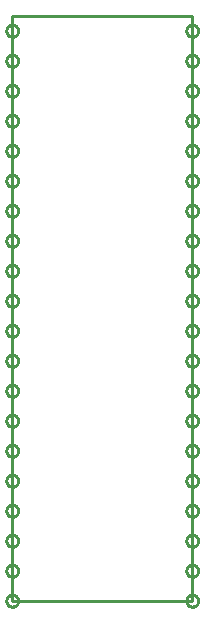
<source format=gbr>
G04 EAGLE Gerber RS-274X export*
G75*
%MOMM*%
%FSLAX34Y34*%
%LPD*%
%IN*%
%IPPOS*%
%AMOC8*
5,1,8,0,0,1.08239X$1,22.5*%
G01*
%ADD10C,0.254000*%


D10*
X0Y0D02*
X152400Y0D01*
X152400Y495300D01*
X0Y495300D01*
X0Y0D01*
X5000Y-281D02*
X4937Y-839D01*
X4812Y-1386D01*
X4627Y-1916D01*
X4383Y-2422D01*
X4084Y-2898D01*
X3734Y-3337D01*
X3337Y-3734D01*
X2898Y-4084D01*
X2422Y-4383D01*
X1916Y-4627D01*
X1386Y-4812D01*
X839Y-4937D01*
X281Y-5000D01*
X-281Y-5000D01*
X-839Y-4937D01*
X-1386Y-4812D01*
X-1916Y-4627D01*
X-2422Y-4383D01*
X-2898Y-4084D01*
X-3337Y-3734D01*
X-3734Y-3337D01*
X-4084Y-2898D01*
X-4383Y-2422D01*
X-4627Y-1916D01*
X-4812Y-1386D01*
X-4937Y-839D01*
X-5000Y-281D01*
X-5000Y281D01*
X-4937Y839D01*
X-4812Y1386D01*
X-4627Y1916D01*
X-4383Y2422D01*
X-4084Y2898D01*
X-3734Y3337D01*
X-3337Y3734D01*
X-2898Y4084D01*
X-2422Y4383D01*
X-1916Y4627D01*
X-1386Y4812D01*
X-839Y4937D01*
X-281Y5000D01*
X281Y5000D01*
X839Y4937D01*
X1386Y4812D01*
X1916Y4627D01*
X2422Y4383D01*
X2898Y4084D01*
X3337Y3734D01*
X3734Y3337D01*
X4084Y2898D01*
X4383Y2422D01*
X4627Y1916D01*
X4812Y1386D01*
X4937Y839D01*
X5000Y281D01*
X5000Y-281D01*
X5000Y25119D02*
X4937Y24561D01*
X4812Y24014D01*
X4627Y23484D01*
X4383Y22978D01*
X4084Y22502D01*
X3734Y22063D01*
X3337Y21666D01*
X2898Y21316D01*
X2422Y21017D01*
X1916Y20773D01*
X1386Y20588D01*
X839Y20463D01*
X281Y20400D01*
X-281Y20400D01*
X-839Y20463D01*
X-1386Y20588D01*
X-1916Y20773D01*
X-2422Y21017D01*
X-2898Y21316D01*
X-3337Y21666D01*
X-3734Y22063D01*
X-4084Y22502D01*
X-4383Y22978D01*
X-4627Y23484D01*
X-4812Y24014D01*
X-4937Y24561D01*
X-5000Y25119D01*
X-5000Y25681D01*
X-4937Y26239D01*
X-4812Y26786D01*
X-4627Y27316D01*
X-4383Y27822D01*
X-4084Y28298D01*
X-3734Y28737D01*
X-3337Y29134D01*
X-2898Y29484D01*
X-2422Y29783D01*
X-1916Y30027D01*
X-1386Y30212D01*
X-839Y30337D01*
X-281Y30400D01*
X281Y30400D01*
X839Y30337D01*
X1386Y30212D01*
X1916Y30027D01*
X2422Y29783D01*
X2898Y29484D01*
X3337Y29134D01*
X3734Y28737D01*
X4084Y28298D01*
X4383Y27822D01*
X4627Y27316D01*
X4812Y26786D01*
X4937Y26239D01*
X5000Y25681D01*
X5000Y25119D01*
X5000Y50519D02*
X4937Y49961D01*
X4812Y49414D01*
X4627Y48884D01*
X4383Y48378D01*
X4084Y47902D01*
X3734Y47463D01*
X3337Y47066D01*
X2898Y46716D01*
X2422Y46417D01*
X1916Y46173D01*
X1386Y45988D01*
X839Y45863D01*
X281Y45800D01*
X-281Y45800D01*
X-839Y45863D01*
X-1386Y45988D01*
X-1916Y46173D01*
X-2422Y46417D01*
X-2898Y46716D01*
X-3337Y47066D01*
X-3734Y47463D01*
X-4084Y47902D01*
X-4383Y48378D01*
X-4627Y48884D01*
X-4812Y49414D01*
X-4937Y49961D01*
X-5000Y50519D01*
X-5000Y51081D01*
X-4937Y51639D01*
X-4812Y52186D01*
X-4627Y52716D01*
X-4383Y53222D01*
X-4084Y53698D01*
X-3734Y54137D01*
X-3337Y54534D01*
X-2898Y54884D01*
X-2422Y55183D01*
X-1916Y55427D01*
X-1386Y55612D01*
X-839Y55737D01*
X-281Y55800D01*
X281Y55800D01*
X839Y55737D01*
X1386Y55612D01*
X1916Y55427D01*
X2422Y55183D01*
X2898Y54884D01*
X3337Y54534D01*
X3734Y54137D01*
X4084Y53698D01*
X4383Y53222D01*
X4627Y52716D01*
X4812Y52186D01*
X4937Y51639D01*
X5000Y51081D01*
X5000Y50519D01*
X5000Y75919D02*
X4937Y75361D01*
X4812Y74814D01*
X4627Y74284D01*
X4383Y73778D01*
X4084Y73302D01*
X3734Y72863D01*
X3337Y72466D01*
X2898Y72116D01*
X2422Y71817D01*
X1916Y71573D01*
X1386Y71388D01*
X839Y71263D01*
X281Y71200D01*
X-281Y71200D01*
X-839Y71263D01*
X-1386Y71388D01*
X-1916Y71573D01*
X-2422Y71817D01*
X-2898Y72116D01*
X-3337Y72466D01*
X-3734Y72863D01*
X-4084Y73302D01*
X-4383Y73778D01*
X-4627Y74284D01*
X-4812Y74814D01*
X-4937Y75361D01*
X-5000Y75919D01*
X-5000Y76481D01*
X-4937Y77039D01*
X-4812Y77586D01*
X-4627Y78116D01*
X-4383Y78622D01*
X-4084Y79098D01*
X-3734Y79537D01*
X-3337Y79934D01*
X-2898Y80284D01*
X-2422Y80583D01*
X-1916Y80827D01*
X-1386Y81012D01*
X-839Y81137D01*
X-281Y81200D01*
X281Y81200D01*
X839Y81137D01*
X1386Y81012D01*
X1916Y80827D01*
X2422Y80583D01*
X2898Y80284D01*
X3337Y79934D01*
X3734Y79537D01*
X4084Y79098D01*
X4383Y78622D01*
X4627Y78116D01*
X4812Y77586D01*
X4937Y77039D01*
X5000Y76481D01*
X5000Y75919D01*
X5000Y101319D02*
X4937Y100761D01*
X4812Y100214D01*
X4627Y99684D01*
X4383Y99178D01*
X4084Y98702D01*
X3734Y98263D01*
X3337Y97866D01*
X2898Y97516D01*
X2422Y97217D01*
X1916Y96973D01*
X1386Y96788D01*
X839Y96663D01*
X281Y96600D01*
X-281Y96600D01*
X-839Y96663D01*
X-1386Y96788D01*
X-1916Y96973D01*
X-2422Y97217D01*
X-2898Y97516D01*
X-3337Y97866D01*
X-3734Y98263D01*
X-4084Y98702D01*
X-4383Y99178D01*
X-4627Y99684D01*
X-4812Y100214D01*
X-4937Y100761D01*
X-5000Y101319D01*
X-5000Y101881D01*
X-4937Y102439D01*
X-4812Y102986D01*
X-4627Y103516D01*
X-4383Y104022D01*
X-4084Y104498D01*
X-3734Y104937D01*
X-3337Y105334D01*
X-2898Y105684D01*
X-2422Y105983D01*
X-1916Y106227D01*
X-1386Y106412D01*
X-839Y106537D01*
X-281Y106600D01*
X281Y106600D01*
X839Y106537D01*
X1386Y106412D01*
X1916Y106227D01*
X2422Y105983D01*
X2898Y105684D01*
X3337Y105334D01*
X3734Y104937D01*
X4084Y104498D01*
X4383Y104022D01*
X4627Y103516D01*
X4812Y102986D01*
X4937Y102439D01*
X5000Y101881D01*
X5000Y101319D01*
X5000Y126719D02*
X4937Y126161D01*
X4812Y125614D01*
X4627Y125084D01*
X4383Y124578D01*
X4084Y124102D01*
X3734Y123663D01*
X3337Y123266D01*
X2898Y122916D01*
X2422Y122617D01*
X1916Y122373D01*
X1386Y122188D01*
X839Y122063D01*
X281Y122000D01*
X-281Y122000D01*
X-839Y122063D01*
X-1386Y122188D01*
X-1916Y122373D01*
X-2422Y122617D01*
X-2898Y122916D01*
X-3337Y123266D01*
X-3734Y123663D01*
X-4084Y124102D01*
X-4383Y124578D01*
X-4627Y125084D01*
X-4812Y125614D01*
X-4937Y126161D01*
X-5000Y126719D01*
X-5000Y127281D01*
X-4937Y127839D01*
X-4812Y128386D01*
X-4627Y128916D01*
X-4383Y129422D01*
X-4084Y129898D01*
X-3734Y130337D01*
X-3337Y130734D01*
X-2898Y131084D01*
X-2422Y131383D01*
X-1916Y131627D01*
X-1386Y131812D01*
X-839Y131937D01*
X-281Y132000D01*
X281Y132000D01*
X839Y131937D01*
X1386Y131812D01*
X1916Y131627D01*
X2422Y131383D01*
X2898Y131084D01*
X3337Y130734D01*
X3734Y130337D01*
X4084Y129898D01*
X4383Y129422D01*
X4627Y128916D01*
X4812Y128386D01*
X4937Y127839D01*
X5000Y127281D01*
X5000Y126719D01*
X5000Y152119D02*
X4937Y151561D01*
X4812Y151014D01*
X4627Y150484D01*
X4383Y149978D01*
X4084Y149502D01*
X3734Y149063D01*
X3337Y148666D01*
X2898Y148316D01*
X2422Y148017D01*
X1916Y147773D01*
X1386Y147588D01*
X839Y147463D01*
X281Y147400D01*
X-281Y147400D01*
X-839Y147463D01*
X-1386Y147588D01*
X-1916Y147773D01*
X-2422Y148017D01*
X-2898Y148316D01*
X-3337Y148666D01*
X-3734Y149063D01*
X-4084Y149502D01*
X-4383Y149978D01*
X-4627Y150484D01*
X-4812Y151014D01*
X-4937Y151561D01*
X-5000Y152119D01*
X-5000Y152681D01*
X-4937Y153239D01*
X-4812Y153786D01*
X-4627Y154316D01*
X-4383Y154822D01*
X-4084Y155298D01*
X-3734Y155737D01*
X-3337Y156134D01*
X-2898Y156484D01*
X-2422Y156783D01*
X-1916Y157027D01*
X-1386Y157212D01*
X-839Y157337D01*
X-281Y157400D01*
X281Y157400D01*
X839Y157337D01*
X1386Y157212D01*
X1916Y157027D01*
X2422Y156783D01*
X2898Y156484D01*
X3337Y156134D01*
X3734Y155737D01*
X4084Y155298D01*
X4383Y154822D01*
X4627Y154316D01*
X4812Y153786D01*
X4937Y153239D01*
X5000Y152681D01*
X5000Y152119D01*
X5000Y177519D02*
X4937Y176961D01*
X4812Y176414D01*
X4627Y175884D01*
X4383Y175378D01*
X4084Y174902D01*
X3734Y174463D01*
X3337Y174066D01*
X2898Y173716D01*
X2422Y173417D01*
X1916Y173173D01*
X1386Y172988D01*
X839Y172863D01*
X281Y172800D01*
X-281Y172800D01*
X-839Y172863D01*
X-1386Y172988D01*
X-1916Y173173D01*
X-2422Y173417D01*
X-2898Y173716D01*
X-3337Y174066D01*
X-3734Y174463D01*
X-4084Y174902D01*
X-4383Y175378D01*
X-4627Y175884D01*
X-4812Y176414D01*
X-4937Y176961D01*
X-5000Y177519D01*
X-5000Y178081D01*
X-4937Y178639D01*
X-4812Y179186D01*
X-4627Y179716D01*
X-4383Y180222D01*
X-4084Y180698D01*
X-3734Y181137D01*
X-3337Y181534D01*
X-2898Y181884D01*
X-2422Y182183D01*
X-1916Y182427D01*
X-1386Y182612D01*
X-839Y182737D01*
X-281Y182800D01*
X281Y182800D01*
X839Y182737D01*
X1386Y182612D01*
X1916Y182427D01*
X2422Y182183D01*
X2898Y181884D01*
X3337Y181534D01*
X3734Y181137D01*
X4084Y180698D01*
X4383Y180222D01*
X4627Y179716D01*
X4812Y179186D01*
X4937Y178639D01*
X5000Y178081D01*
X5000Y177519D01*
X5000Y202919D02*
X4937Y202361D01*
X4812Y201814D01*
X4627Y201284D01*
X4383Y200778D01*
X4084Y200302D01*
X3734Y199863D01*
X3337Y199466D01*
X2898Y199116D01*
X2422Y198817D01*
X1916Y198573D01*
X1386Y198388D01*
X839Y198263D01*
X281Y198200D01*
X-281Y198200D01*
X-839Y198263D01*
X-1386Y198388D01*
X-1916Y198573D01*
X-2422Y198817D01*
X-2898Y199116D01*
X-3337Y199466D01*
X-3734Y199863D01*
X-4084Y200302D01*
X-4383Y200778D01*
X-4627Y201284D01*
X-4812Y201814D01*
X-4937Y202361D01*
X-5000Y202919D01*
X-5000Y203481D01*
X-4937Y204039D01*
X-4812Y204586D01*
X-4627Y205116D01*
X-4383Y205622D01*
X-4084Y206098D01*
X-3734Y206537D01*
X-3337Y206934D01*
X-2898Y207284D01*
X-2422Y207583D01*
X-1916Y207827D01*
X-1386Y208012D01*
X-839Y208137D01*
X-281Y208200D01*
X281Y208200D01*
X839Y208137D01*
X1386Y208012D01*
X1916Y207827D01*
X2422Y207583D01*
X2898Y207284D01*
X3337Y206934D01*
X3734Y206537D01*
X4084Y206098D01*
X4383Y205622D01*
X4627Y205116D01*
X4812Y204586D01*
X4937Y204039D01*
X5000Y203481D01*
X5000Y202919D01*
X5000Y228319D02*
X4937Y227761D01*
X4812Y227214D01*
X4627Y226684D01*
X4383Y226178D01*
X4084Y225702D01*
X3734Y225263D01*
X3337Y224866D01*
X2898Y224516D01*
X2422Y224217D01*
X1916Y223973D01*
X1386Y223788D01*
X839Y223663D01*
X281Y223600D01*
X-281Y223600D01*
X-839Y223663D01*
X-1386Y223788D01*
X-1916Y223973D01*
X-2422Y224217D01*
X-2898Y224516D01*
X-3337Y224866D01*
X-3734Y225263D01*
X-4084Y225702D01*
X-4383Y226178D01*
X-4627Y226684D01*
X-4812Y227214D01*
X-4937Y227761D01*
X-5000Y228319D01*
X-5000Y228881D01*
X-4937Y229439D01*
X-4812Y229986D01*
X-4627Y230516D01*
X-4383Y231022D01*
X-4084Y231498D01*
X-3734Y231937D01*
X-3337Y232334D01*
X-2898Y232684D01*
X-2422Y232983D01*
X-1916Y233227D01*
X-1386Y233412D01*
X-839Y233537D01*
X-281Y233600D01*
X281Y233600D01*
X839Y233537D01*
X1386Y233412D01*
X1916Y233227D01*
X2422Y232983D01*
X2898Y232684D01*
X3337Y232334D01*
X3734Y231937D01*
X4084Y231498D01*
X4383Y231022D01*
X4627Y230516D01*
X4812Y229986D01*
X4937Y229439D01*
X5000Y228881D01*
X5000Y228319D01*
X5000Y253719D02*
X4937Y253161D01*
X4812Y252614D01*
X4627Y252084D01*
X4383Y251578D01*
X4084Y251102D01*
X3734Y250663D01*
X3337Y250266D01*
X2898Y249916D01*
X2422Y249617D01*
X1916Y249373D01*
X1386Y249188D01*
X839Y249063D01*
X281Y249000D01*
X-281Y249000D01*
X-839Y249063D01*
X-1386Y249188D01*
X-1916Y249373D01*
X-2422Y249617D01*
X-2898Y249916D01*
X-3337Y250266D01*
X-3734Y250663D01*
X-4084Y251102D01*
X-4383Y251578D01*
X-4627Y252084D01*
X-4812Y252614D01*
X-4937Y253161D01*
X-5000Y253719D01*
X-5000Y254281D01*
X-4937Y254839D01*
X-4812Y255386D01*
X-4627Y255916D01*
X-4383Y256422D01*
X-4084Y256898D01*
X-3734Y257337D01*
X-3337Y257734D01*
X-2898Y258084D01*
X-2422Y258383D01*
X-1916Y258627D01*
X-1386Y258812D01*
X-839Y258937D01*
X-281Y259000D01*
X281Y259000D01*
X839Y258937D01*
X1386Y258812D01*
X1916Y258627D01*
X2422Y258383D01*
X2898Y258084D01*
X3337Y257734D01*
X3734Y257337D01*
X4084Y256898D01*
X4383Y256422D01*
X4627Y255916D01*
X4812Y255386D01*
X4937Y254839D01*
X5000Y254281D01*
X5000Y253719D01*
X5000Y279119D02*
X4937Y278561D01*
X4812Y278014D01*
X4627Y277484D01*
X4383Y276978D01*
X4084Y276502D01*
X3734Y276063D01*
X3337Y275666D01*
X2898Y275316D01*
X2422Y275017D01*
X1916Y274773D01*
X1386Y274588D01*
X839Y274463D01*
X281Y274400D01*
X-281Y274400D01*
X-839Y274463D01*
X-1386Y274588D01*
X-1916Y274773D01*
X-2422Y275017D01*
X-2898Y275316D01*
X-3337Y275666D01*
X-3734Y276063D01*
X-4084Y276502D01*
X-4383Y276978D01*
X-4627Y277484D01*
X-4812Y278014D01*
X-4937Y278561D01*
X-5000Y279119D01*
X-5000Y279681D01*
X-4937Y280239D01*
X-4812Y280786D01*
X-4627Y281316D01*
X-4383Y281822D01*
X-4084Y282298D01*
X-3734Y282737D01*
X-3337Y283134D01*
X-2898Y283484D01*
X-2422Y283783D01*
X-1916Y284027D01*
X-1386Y284212D01*
X-839Y284337D01*
X-281Y284400D01*
X281Y284400D01*
X839Y284337D01*
X1386Y284212D01*
X1916Y284027D01*
X2422Y283783D01*
X2898Y283484D01*
X3337Y283134D01*
X3734Y282737D01*
X4084Y282298D01*
X4383Y281822D01*
X4627Y281316D01*
X4812Y280786D01*
X4937Y280239D01*
X5000Y279681D01*
X5000Y279119D01*
X5000Y304519D02*
X4937Y303961D01*
X4812Y303414D01*
X4627Y302884D01*
X4383Y302378D01*
X4084Y301902D01*
X3734Y301463D01*
X3337Y301066D01*
X2898Y300716D01*
X2422Y300417D01*
X1916Y300173D01*
X1386Y299988D01*
X839Y299863D01*
X281Y299800D01*
X-281Y299800D01*
X-839Y299863D01*
X-1386Y299988D01*
X-1916Y300173D01*
X-2422Y300417D01*
X-2898Y300716D01*
X-3337Y301066D01*
X-3734Y301463D01*
X-4084Y301902D01*
X-4383Y302378D01*
X-4627Y302884D01*
X-4812Y303414D01*
X-4937Y303961D01*
X-5000Y304519D01*
X-5000Y305081D01*
X-4937Y305639D01*
X-4812Y306186D01*
X-4627Y306716D01*
X-4383Y307222D01*
X-4084Y307698D01*
X-3734Y308137D01*
X-3337Y308534D01*
X-2898Y308884D01*
X-2422Y309183D01*
X-1916Y309427D01*
X-1386Y309612D01*
X-839Y309737D01*
X-281Y309800D01*
X281Y309800D01*
X839Y309737D01*
X1386Y309612D01*
X1916Y309427D01*
X2422Y309183D01*
X2898Y308884D01*
X3337Y308534D01*
X3734Y308137D01*
X4084Y307698D01*
X4383Y307222D01*
X4627Y306716D01*
X4812Y306186D01*
X4937Y305639D01*
X5000Y305081D01*
X5000Y304519D01*
X5000Y329919D02*
X4937Y329361D01*
X4812Y328814D01*
X4627Y328284D01*
X4383Y327778D01*
X4084Y327302D01*
X3734Y326863D01*
X3337Y326466D01*
X2898Y326116D01*
X2422Y325817D01*
X1916Y325573D01*
X1386Y325388D01*
X839Y325263D01*
X281Y325200D01*
X-281Y325200D01*
X-839Y325263D01*
X-1386Y325388D01*
X-1916Y325573D01*
X-2422Y325817D01*
X-2898Y326116D01*
X-3337Y326466D01*
X-3734Y326863D01*
X-4084Y327302D01*
X-4383Y327778D01*
X-4627Y328284D01*
X-4812Y328814D01*
X-4937Y329361D01*
X-5000Y329919D01*
X-5000Y330481D01*
X-4937Y331039D01*
X-4812Y331586D01*
X-4627Y332116D01*
X-4383Y332622D01*
X-4084Y333098D01*
X-3734Y333537D01*
X-3337Y333934D01*
X-2898Y334284D01*
X-2422Y334583D01*
X-1916Y334827D01*
X-1386Y335012D01*
X-839Y335137D01*
X-281Y335200D01*
X281Y335200D01*
X839Y335137D01*
X1386Y335012D01*
X1916Y334827D01*
X2422Y334583D01*
X2898Y334284D01*
X3337Y333934D01*
X3734Y333537D01*
X4084Y333098D01*
X4383Y332622D01*
X4627Y332116D01*
X4812Y331586D01*
X4937Y331039D01*
X5000Y330481D01*
X5000Y329919D01*
X5000Y355319D02*
X4937Y354761D01*
X4812Y354214D01*
X4627Y353684D01*
X4383Y353178D01*
X4084Y352702D01*
X3734Y352263D01*
X3337Y351866D01*
X2898Y351516D01*
X2422Y351217D01*
X1916Y350973D01*
X1386Y350788D01*
X839Y350663D01*
X281Y350600D01*
X-281Y350600D01*
X-839Y350663D01*
X-1386Y350788D01*
X-1916Y350973D01*
X-2422Y351217D01*
X-2898Y351516D01*
X-3337Y351866D01*
X-3734Y352263D01*
X-4084Y352702D01*
X-4383Y353178D01*
X-4627Y353684D01*
X-4812Y354214D01*
X-4937Y354761D01*
X-5000Y355319D01*
X-5000Y355881D01*
X-4937Y356439D01*
X-4812Y356986D01*
X-4627Y357516D01*
X-4383Y358022D01*
X-4084Y358498D01*
X-3734Y358937D01*
X-3337Y359334D01*
X-2898Y359684D01*
X-2422Y359983D01*
X-1916Y360227D01*
X-1386Y360412D01*
X-839Y360537D01*
X-281Y360600D01*
X281Y360600D01*
X839Y360537D01*
X1386Y360412D01*
X1916Y360227D01*
X2422Y359983D01*
X2898Y359684D01*
X3337Y359334D01*
X3734Y358937D01*
X4084Y358498D01*
X4383Y358022D01*
X4627Y357516D01*
X4812Y356986D01*
X4937Y356439D01*
X5000Y355881D01*
X5000Y355319D01*
X5000Y380719D02*
X4937Y380161D01*
X4812Y379614D01*
X4627Y379084D01*
X4383Y378578D01*
X4084Y378102D01*
X3734Y377663D01*
X3337Y377266D01*
X2898Y376916D01*
X2422Y376617D01*
X1916Y376373D01*
X1386Y376188D01*
X839Y376063D01*
X281Y376000D01*
X-281Y376000D01*
X-839Y376063D01*
X-1386Y376188D01*
X-1916Y376373D01*
X-2422Y376617D01*
X-2898Y376916D01*
X-3337Y377266D01*
X-3734Y377663D01*
X-4084Y378102D01*
X-4383Y378578D01*
X-4627Y379084D01*
X-4812Y379614D01*
X-4937Y380161D01*
X-5000Y380719D01*
X-5000Y381281D01*
X-4937Y381839D01*
X-4812Y382386D01*
X-4627Y382916D01*
X-4383Y383422D01*
X-4084Y383898D01*
X-3734Y384337D01*
X-3337Y384734D01*
X-2898Y385084D01*
X-2422Y385383D01*
X-1916Y385627D01*
X-1386Y385812D01*
X-839Y385937D01*
X-281Y386000D01*
X281Y386000D01*
X839Y385937D01*
X1386Y385812D01*
X1916Y385627D01*
X2422Y385383D01*
X2898Y385084D01*
X3337Y384734D01*
X3734Y384337D01*
X4084Y383898D01*
X4383Y383422D01*
X4627Y382916D01*
X4812Y382386D01*
X4937Y381839D01*
X5000Y381281D01*
X5000Y380719D01*
X5000Y406119D02*
X4937Y405561D01*
X4812Y405014D01*
X4627Y404484D01*
X4383Y403978D01*
X4084Y403502D01*
X3734Y403063D01*
X3337Y402666D01*
X2898Y402316D01*
X2422Y402017D01*
X1916Y401773D01*
X1386Y401588D01*
X839Y401463D01*
X281Y401400D01*
X-281Y401400D01*
X-839Y401463D01*
X-1386Y401588D01*
X-1916Y401773D01*
X-2422Y402017D01*
X-2898Y402316D01*
X-3337Y402666D01*
X-3734Y403063D01*
X-4084Y403502D01*
X-4383Y403978D01*
X-4627Y404484D01*
X-4812Y405014D01*
X-4937Y405561D01*
X-5000Y406119D01*
X-5000Y406681D01*
X-4937Y407239D01*
X-4812Y407786D01*
X-4627Y408316D01*
X-4383Y408822D01*
X-4084Y409298D01*
X-3734Y409737D01*
X-3337Y410134D01*
X-2898Y410484D01*
X-2422Y410783D01*
X-1916Y411027D01*
X-1386Y411212D01*
X-839Y411337D01*
X-281Y411400D01*
X281Y411400D01*
X839Y411337D01*
X1386Y411212D01*
X1916Y411027D01*
X2422Y410783D01*
X2898Y410484D01*
X3337Y410134D01*
X3734Y409737D01*
X4084Y409298D01*
X4383Y408822D01*
X4627Y408316D01*
X4812Y407786D01*
X4937Y407239D01*
X5000Y406681D01*
X5000Y406119D01*
X5000Y431519D02*
X4937Y430961D01*
X4812Y430414D01*
X4627Y429884D01*
X4383Y429378D01*
X4084Y428902D01*
X3734Y428463D01*
X3337Y428066D01*
X2898Y427716D01*
X2422Y427417D01*
X1916Y427173D01*
X1386Y426988D01*
X839Y426863D01*
X281Y426800D01*
X-281Y426800D01*
X-839Y426863D01*
X-1386Y426988D01*
X-1916Y427173D01*
X-2422Y427417D01*
X-2898Y427716D01*
X-3337Y428066D01*
X-3734Y428463D01*
X-4084Y428902D01*
X-4383Y429378D01*
X-4627Y429884D01*
X-4812Y430414D01*
X-4937Y430961D01*
X-5000Y431519D01*
X-5000Y432081D01*
X-4937Y432639D01*
X-4812Y433186D01*
X-4627Y433716D01*
X-4383Y434222D01*
X-4084Y434698D01*
X-3734Y435137D01*
X-3337Y435534D01*
X-2898Y435884D01*
X-2422Y436183D01*
X-1916Y436427D01*
X-1386Y436612D01*
X-839Y436737D01*
X-281Y436800D01*
X281Y436800D01*
X839Y436737D01*
X1386Y436612D01*
X1916Y436427D01*
X2422Y436183D01*
X2898Y435884D01*
X3337Y435534D01*
X3734Y435137D01*
X4084Y434698D01*
X4383Y434222D01*
X4627Y433716D01*
X4812Y433186D01*
X4937Y432639D01*
X5000Y432081D01*
X5000Y431519D01*
X5000Y456919D02*
X4937Y456361D01*
X4812Y455814D01*
X4627Y455284D01*
X4383Y454778D01*
X4084Y454302D01*
X3734Y453863D01*
X3337Y453466D01*
X2898Y453116D01*
X2422Y452817D01*
X1916Y452573D01*
X1386Y452388D01*
X839Y452263D01*
X281Y452200D01*
X-281Y452200D01*
X-839Y452263D01*
X-1386Y452388D01*
X-1916Y452573D01*
X-2422Y452817D01*
X-2898Y453116D01*
X-3337Y453466D01*
X-3734Y453863D01*
X-4084Y454302D01*
X-4383Y454778D01*
X-4627Y455284D01*
X-4812Y455814D01*
X-4937Y456361D01*
X-5000Y456919D01*
X-5000Y457481D01*
X-4937Y458039D01*
X-4812Y458586D01*
X-4627Y459116D01*
X-4383Y459622D01*
X-4084Y460098D01*
X-3734Y460537D01*
X-3337Y460934D01*
X-2898Y461284D01*
X-2422Y461583D01*
X-1916Y461827D01*
X-1386Y462012D01*
X-839Y462137D01*
X-281Y462200D01*
X281Y462200D01*
X839Y462137D01*
X1386Y462012D01*
X1916Y461827D01*
X2422Y461583D01*
X2898Y461284D01*
X3337Y460934D01*
X3734Y460537D01*
X4084Y460098D01*
X4383Y459622D01*
X4627Y459116D01*
X4812Y458586D01*
X4937Y458039D01*
X5000Y457481D01*
X5000Y456919D01*
X5000Y482319D02*
X4937Y481761D01*
X4812Y481214D01*
X4627Y480684D01*
X4383Y480178D01*
X4084Y479702D01*
X3734Y479263D01*
X3337Y478866D01*
X2898Y478516D01*
X2422Y478217D01*
X1916Y477973D01*
X1386Y477788D01*
X839Y477663D01*
X281Y477600D01*
X-281Y477600D01*
X-839Y477663D01*
X-1386Y477788D01*
X-1916Y477973D01*
X-2422Y478217D01*
X-2898Y478516D01*
X-3337Y478866D01*
X-3734Y479263D01*
X-4084Y479702D01*
X-4383Y480178D01*
X-4627Y480684D01*
X-4812Y481214D01*
X-4937Y481761D01*
X-5000Y482319D01*
X-5000Y482881D01*
X-4937Y483439D01*
X-4812Y483986D01*
X-4627Y484516D01*
X-4383Y485022D01*
X-4084Y485498D01*
X-3734Y485937D01*
X-3337Y486334D01*
X-2898Y486684D01*
X-2422Y486983D01*
X-1916Y487227D01*
X-1386Y487412D01*
X-839Y487537D01*
X-281Y487600D01*
X281Y487600D01*
X839Y487537D01*
X1386Y487412D01*
X1916Y487227D01*
X2422Y486983D01*
X2898Y486684D01*
X3337Y486334D01*
X3734Y485937D01*
X4084Y485498D01*
X4383Y485022D01*
X4627Y484516D01*
X4812Y483986D01*
X4937Y483439D01*
X5000Y482881D01*
X5000Y482319D01*
X157400Y-281D02*
X157337Y-839D01*
X157212Y-1386D01*
X157027Y-1916D01*
X156783Y-2422D01*
X156484Y-2898D01*
X156134Y-3337D01*
X155737Y-3734D01*
X155298Y-4084D01*
X154822Y-4383D01*
X154316Y-4627D01*
X153786Y-4812D01*
X153239Y-4937D01*
X152681Y-5000D01*
X152119Y-5000D01*
X151561Y-4937D01*
X151014Y-4812D01*
X150484Y-4627D01*
X149978Y-4383D01*
X149502Y-4084D01*
X149063Y-3734D01*
X148666Y-3337D01*
X148316Y-2898D01*
X148017Y-2422D01*
X147773Y-1916D01*
X147588Y-1386D01*
X147463Y-839D01*
X147400Y-281D01*
X147400Y281D01*
X147463Y839D01*
X147588Y1386D01*
X147773Y1916D01*
X148017Y2422D01*
X148316Y2898D01*
X148666Y3337D01*
X149063Y3734D01*
X149502Y4084D01*
X149978Y4383D01*
X150484Y4627D01*
X151014Y4812D01*
X151561Y4937D01*
X152119Y5000D01*
X152681Y5000D01*
X153239Y4937D01*
X153786Y4812D01*
X154316Y4627D01*
X154822Y4383D01*
X155298Y4084D01*
X155737Y3734D01*
X156134Y3337D01*
X156484Y2898D01*
X156783Y2422D01*
X157027Y1916D01*
X157212Y1386D01*
X157337Y839D01*
X157400Y281D01*
X157400Y-281D01*
X157400Y25119D02*
X157337Y24561D01*
X157212Y24014D01*
X157027Y23484D01*
X156783Y22978D01*
X156484Y22502D01*
X156134Y22063D01*
X155737Y21666D01*
X155298Y21316D01*
X154822Y21017D01*
X154316Y20773D01*
X153786Y20588D01*
X153239Y20463D01*
X152681Y20400D01*
X152119Y20400D01*
X151561Y20463D01*
X151014Y20588D01*
X150484Y20773D01*
X149978Y21017D01*
X149502Y21316D01*
X149063Y21666D01*
X148666Y22063D01*
X148316Y22502D01*
X148017Y22978D01*
X147773Y23484D01*
X147588Y24014D01*
X147463Y24561D01*
X147400Y25119D01*
X147400Y25681D01*
X147463Y26239D01*
X147588Y26786D01*
X147773Y27316D01*
X148017Y27822D01*
X148316Y28298D01*
X148666Y28737D01*
X149063Y29134D01*
X149502Y29484D01*
X149978Y29783D01*
X150484Y30027D01*
X151014Y30212D01*
X151561Y30337D01*
X152119Y30400D01*
X152681Y30400D01*
X153239Y30337D01*
X153786Y30212D01*
X154316Y30027D01*
X154822Y29783D01*
X155298Y29484D01*
X155737Y29134D01*
X156134Y28737D01*
X156484Y28298D01*
X156783Y27822D01*
X157027Y27316D01*
X157212Y26786D01*
X157337Y26239D01*
X157400Y25681D01*
X157400Y25119D01*
X157400Y50519D02*
X157337Y49961D01*
X157212Y49414D01*
X157027Y48884D01*
X156783Y48378D01*
X156484Y47902D01*
X156134Y47463D01*
X155737Y47066D01*
X155298Y46716D01*
X154822Y46417D01*
X154316Y46173D01*
X153786Y45988D01*
X153239Y45863D01*
X152681Y45800D01*
X152119Y45800D01*
X151561Y45863D01*
X151014Y45988D01*
X150484Y46173D01*
X149978Y46417D01*
X149502Y46716D01*
X149063Y47066D01*
X148666Y47463D01*
X148316Y47902D01*
X148017Y48378D01*
X147773Y48884D01*
X147588Y49414D01*
X147463Y49961D01*
X147400Y50519D01*
X147400Y51081D01*
X147463Y51639D01*
X147588Y52186D01*
X147773Y52716D01*
X148017Y53222D01*
X148316Y53698D01*
X148666Y54137D01*
X149063Y54534D01*
X149502Y54884D01*
X149978Y55183D01*
X150484Y55427D01*
X151014Y55612D01*
X151561Y55737D01*
X152119Y55800D01*
X152681Y55800D01*
X153239Y55737D01*
X153786Y55612D01*
X154316Y55427D01*
X154822Y55183D01*
X155298Y54884D01*
X155737Y54534D01*
X156134Y54137D01*
X156484Y53698D01*
X156783Y53222D01*
X157027Y52716D01*
X157212Y52186D01*
X157337Y51639D01*
X157400Y51081D01*
X157400Y50519D01*
X157400Y75919D02*
X157337Y75361D01*
X157212Y74814D01*
X157027Y74284D01*
X156783Y73778D01*
X156484Y73302D01*
X156134Y72863D01*
X155737Y72466D01*
X155298Y72116D01*
X154822Y71817D01*
X154316Y71573D01*
X153786Y71388D01*
X153239Y71263D01*
X152681Y71200D01*
X152119Y71200D01*
X151561Y71263D01*
X151014Y71388D01*
X150484Y71573D01*
X149978Y71817D01*
X149502Y72116D01*
X149063Y72466D01*
X148666Y72863D01*
X148316Y73302D01*
X148017Y73778D01*
X147773Y74284D01*
X147588Y74814D01*
X147463Y75361D01*
X147400Y75919D01*
X147400Y76481D01*
X147463Y77039D01*
X147588Y77586D01*
X147773Y78116D01*
X148017Y78622D01*
X148316Y79098D01*
X148666Y79537D01*
X149063Y79934D01*
X149502Y80284D01*
X149978Y80583D01*
X150484Y80827D01*
X151014Y81012D01*
X151561Y81137D01*
X152119Y81200D01*
X152681Y81200D01*
X153239Y81137D01*
X153786Y81012D01*
X154316Y80827D01*
X154822Y80583D01*
X155298Y80284D01*
X155737Y79934D01*
X156134Y79537D01*
X156484Y79098D01*
X156783Y78622D01*
X157027Y78116D01*
X157212Y77586D01*
X157337Y77039D01*
X157400Y76481D01*
X157400Y75919D01*
X157400Y101319D02*
X157337Y100761D01*
X157212Y100214D01*
X157027Y99684D01*
X156783Y99178D01*
X156484Y98702D01*
X156134Y98263D01*
X155737Y97866D01*
X155298Y97516D01*
X154822Y97217D01*
X154316Y96973D01*
X153786Y96788D01*
X153239Y96663D01*
X152681Y96600D01*
X152119Y96600D01*
X151561Y96663D01*
X151014Y96788D01*
X150484Y96973D01*
X149978Y97217D01*
X149502Y97516D01*
X149063Y97866D01*
X148666Y98263D01*
X148316Y98702D01*
X148017Y99178D01*
X147773Y99684D01*
X147588Y100214D01*
X147463Y100761D01*
X147400Y101319D01*
X147400Y101881D01*
X147463Y102439D01*
X147588Y102986D01*
X147773Y103516D01*
X148017Y104022D01*
X148316Y104498D01*
X148666Y104937D01*
X149063Y105334D01*
X149502Y105684D01*
X149978Y105983D01*
X150484Y106227D01*
X151014Y106412D01*
X151561Y106537D01*
X152119Y106600D01*
X152681Y106600D01*
X153239Y106537D01*
X153786Y106412D01*
X154316Y106227D01*
X154822Y105983D01*
X155298Y105684D01*
X155737Y105334D01*
X156134Y104937D01*
X156484Y104498D01*
X156783Y104022D01*
X157027Y103516D01*
X157212Y102986D01*
X157337Y102439D01*
X157400Y101881D01*
X157400Y101319D01*
X157400Y126719D02*
X157337Y126161D01*
X157212Y125614D01*
X157027Y125084D01*
X156783Y124578D01*
X156484Y124102D01*
X156134Y123663D01*
X155737Y123266D01*
X155298Y122916D01*
X154822Y122617D01*
X154316Y122373D01*
X153786Y122188D01*
X153239Y122063D01*
X152681Y122000D01*
X152119Y122000D01*
X151561Y122063D01*
X151014Y122188D01*
X150484Y122373D01*
X149978Y122617D01*
X149502Y122916D01*
X149063Y123266D01*
X148666Y123663D01*
X148316Y124102D01*
X148017Y124578D01*
X147773Y125084D01*
X147588Y125614D01*
X147463Y126161D01*
X147400Y126719D01*
X147400Y127281D01*
X147463Y127839D01*
X147588Y128386D01*
X147773Y128916D01*
X148017Y129422D01*
X148316Y129898D01*
X148666Y130337D01*
X149063Y130734D01*
X149502Y131084D01*
X149978Y131383D01*
X150484Y131627D01*
X151014Y131812D01*
X151561Y131937D01*
X152119Y132000D01*
X152681Y132000D01*
X153239Y131937D01*
X153786Y131812D01*
X154316Y131627D01*
X154822Y131383D01*
X155298Y131084D01*
X155737Y130734D01*
X156134Y130337D01*
X156484Y129898D01*
X156783Y129422D01*
X157027Y128916D01*
X157212Y128386D01*
X157337Y127839D01*
X157400Y127281D01*
X157400Y126719D01*
X157400Y152119D02*
X157337Y151561D01*
X157212Y151014D01*
X157027Y150484D01*
X156783Y149978D01*
X156484Y149502D01*
X156134Y149063D01*
X155737Y148666D01*
X155298Y148316D01*
X154822Y148017D01*
X154316Y147773D01*
X153786Y147588D01*
X153239Y147463D01*
X152681Y147400D01*
X152119Y147400D01*
X151561Y147463D01*
X151014Y147588D01*
X150484Y147773D01*
X149978Y148017D01*
X149502Y148316D01*
X149063Y148666D01*
X148666Y149063D01*
X148316Y149502D01*
X148017Y149978D01*
X147773Y150484D01*
X147588Y151014D01*
X147463Y151561D01*
X147400Y152119D01*
X147400Y152681D01*
X147463Y153239D01*
X147588Y153786D01*
X147773Y154316D01*
X148017Y154822D01*
X148316Y155298D01*
X148666Y155737D01*
X149063Y156134D01*
X149502Y156484D01*
X149978Y156783D01*
X150484Y157027D01*
X151014Y157212D01*
X151561Y157337D01*
X152119Y157400D01*
X152681Y157400D01*
X153239Y157337D01*
X153786Y157212D01*
X154316Y157027D01*
X154822Y156783D01*
X155298Y156484D01*
X155737Y156134D01*
X156134Y155737D01*
X156484Y155298D01*
X156783Y154822D01*
X157027Y154316D01*
X157212Y153786D01*
X157337Y153239D01*
X157400Y152681D01*
X157400Y152119D01*
X157400Y177519D02*
X157337Y176961D01*
X157212Y176414D01*
X157027Y175884D01*
X156783Y175378D01*
X156484Y174902D01*
X156134Y174463D01*
X155737Y174066D01*
X155298Y173716D01*
X154822Y173417D01*
X154316Y173173D01*
X153786Y172988D01*
X153239Y172863D01*
X152681Y172800D01*
X152119Y172800D01*
X151561Y172863D01*
X151014Y172988D01*
X150484Y173173D01*
X149978Y173417D01*
X149502Y173716D01*
X149063Y174066D01*
X148666Y174463D01*
X148316Y174902D01*
X148017Y175378D01*
X147773Y175884D01*
X147588Y176414D01*
X147463Y176961D01*
X147400Y177519D01*
X147400Y178081D01*
X147463Y178639D01*
X147588Y179186D01*
X147773Y179716D01*
X148017Y180222D01*
X148316Y180698D01*
X148666Y181137D01*
X149063Y181534D01*
X149502Y181884D01*
X149978Y182183D01*
X150484Y182427D01*
X151014Y182612D01*
X151561Y182737D01*
X152119Y182800D01*
X152681Y182800D01*
X153239Y182737D01*
X153786Y182612D01*
X154316Y182427D01*
X154822Y182183D01*
X155298Y181884D01*
X155737Y181534D01*
X156134Y181137D01*
X156484Y180698D01*
X156783Y180222D01*
X157027Y179716D01*
X157212Y179186D01*
X157337Y178639D01*
X157400Y178081D01*
X157400Y177519D01*
X157400Y202919D02*
X157337Y202361D01*
X157212Y201814D01*
X157027Y201284D01*
X156783Y200778D01*
X156484Y200302D01*
X156134Y199863D01*
X155737Y199466D01*
X155298Y199116D01*
X154822Y198817D01*
X154316Y198573D01*
X153786Y198388D01*
X153239Y198263D01*
X152681Y198200D01*
X152119Y198200D01*
X151561Y198263D01*
X151014Y198388D01*
X150484Y198573D01*
X149978Y198817D01*
X149502Y199116D01*
X149063Y199466D01*
X148666Y199863D01*
X148316Y200302D01*
X148017Y200778D01*
X147773Y201284D01*
X147588Y201814D01*
X147463Y202361D01*
X147400Y202919D01*
X147400Y203481D01*
X147463Y204039D01*
X147588Y204586D01*
X147773Y205116D01*
X148017Y205622D01*
X148316Y206098D01*
X148666Y206537D01*
X149063Y206934D01*
X149502Y207284D01*
X149978Y207583D01*
X150484Y207827D01*
X151014Y208012D01*
X151561Y208137D01*
X152119Y208200D01*
X152681Y208200D01*
X153239Y208137D01*
X153786Y208012D01*
X154316Y207827D01*
X154822Y207583D01*
X155298Y207284D01*
X155737Y206934D01*
X156134Y206537D01*
X156484Y206098D01*
X156783Y205622D01*
X157027Y205116D01*
X157212Y204586D01*
X157337Y204039D01*
X157400Y203481D01*
X157400Y202919D01*
X157400Y228319D02*
X157337Y227761D01*
X157212Y227214D01*
X157027Y226684D01*
X156783Y226178D01*
X156484Y225702D01*
X156134Y225263D01*
X155737Y224866D01*
X155298Y224516D01*
X154822Y224217D01*
X154316Y223973D01*
X153786Y223788D01*
X153239Y223663D01*
X152681Y223600D01*
X152119Y223600D01*
X151561Y223663D01*
X151014Y223788D01*
X150484Y223973D01*
X149978Y224217D01*
X149502Y224516D01*
X149063Y224866D01*
X148666Y225263D01*
X148316Y225702D01*
X148017Y226178D01*
X147773Y226684D01*
X147588Y227214D01*
X147463Y227761D01*
X147400Y228319D01*
X147400Y228881D01*
X147463Y229439D01*
X147588Y229986D01*
X147773Y230516D01*
X148017Y231022D01*
X148316Y231498D01*
X148666Y231937D01*
X149063Y232334D01*
X149502Y232684D01*
X149978Y232983D01*
X150484Y233227D01*
X151014Y233412D01*
X151561Y233537D01*
X152119Y233600D01*
X152681Y233600D01*
X153239Y233537D01*
X153786Y233412D01*
X154316Y233227D01*
X154822Y232983D01*
X155298Y232684D01*
X155737Y232334D01*
X156134Y231937D01*
X156484Y231498D01*
X156783Y231022D01*
X157027Y230516D01*
X157212Y229986D01*
X157337Y229439D01*
X157400Y228881D01*
X157400Y228319D01*
X157400Y253719D02*
X157337Y253161D01*
X157212Y252614D01*
X157027Y252084D01*
X156783Y251578D01*
X156484Y251102D01*
X156134Y250663D01*
X155737Y250266D01*
X155298Y249916D01*
X154822Y249617D01*
X154316Y249373D01*
X153786Y249188D01*
X153239Y249063D01*
X152681Y249000D01*
X152119Y249000D01*
X151561Y249063D01*
X151014Y249188D01*
X150484Y249373D01*
X149978Y249617D01*
X149502Y249916D01*
X149063Y250266D01*
X148666Y250663D01*
X148316Y251102D01*
X148017Y251578D01*
X147773Y252084D01*
X147588Y252614D01*
X147463Y253161D01*
X147400Y253719D01*
X147400Y254281D01*
X147463Y254839D01*
X147588Y255386D01*
X147773Y255916D01*
X148017Y256422D01*
X148316Y256898D01*
X148666Y257337D01*
X149063Y257734D01*
X149502Y258084D01*
X149978Y258383D01*
X150484Y258627D01*
X151014Y258812D01*
X151561Y258937D01*
X152119Y259000D01*
X152681Y259000D01*
X153239Y258937D01*
X153786Y258812D01*
X154316Y258627D01*
X154822Y258383D01*
X155298Y258084D01*
X155737Y257734D01*
X156134Y257337D01*
X156484Y256898D01*
X156783Y256422D01*
X157027Y255916D01*
X157212Y255386D01*
X157337Y254839D01*
X157400Y254281D01*
X157400Y253719D01*
X157400Y279119D02*
X157337Y278561D01*
X157212Y278014D01*
X157027Y277484D01*
X156783Y276978D01*
X156484Y276502D01*
X156134Y276063D01*
X155737Y275666D01*
X155298Y275316D01*
X154822Y275017D01*
X154316Y274773D01*
X153786Y274588D01*
X153239Y274463D01*
X152681Y274400D01*
X152119Y274400D01*
X151561Y274463D01*
X151014Y274588D01*
X150484Y274773D01*
X149978Y275017D01*
X149502Y275316D01*
X149063Y275666D01*
X148666Y276063D01*
X148316Y276502D01*
X148017Y276978D01*
X147773Y277484D01*
X147588Y278014D01*
X147463Y278561D01*
X147400Y279119D01*
X147400Y279681D01*
X147463Y280239D01*
X147588Y280786D01*
X147773Y281316D01*
X148017Y281822D01*
X148316Y282298D01*
X148666Y282737D01*
X149063Y283134D01*
X149502Y283484D01*
X149978Y283783D01*
X150484Y284027D01*
X151014Y284212D01*
X151561Y284337D01*
X152119Y284400D01*
X152681Y284400D01*
X153239Y284337D01*
X153786Y284212D01*
X154316Y284027D01*
X154822Y283783D01*
X155298Y283484D01*
X155737Y283134D01*
X156134Y282737D01*
X156484Y282298D01*
X156783Y281822D01*
X157027Y281316D01*
X157212Y280786D01*
X157337Y280239D01*
X157400Y279681D01*
X157400Y279119D01*
X157400Y304519D02*
X157337Y303961D01*
X157212Y303414D01*
X157027Y302884D01*
X156783Y302378D01*
X156484Y301902D01*
X156134Y301463D01*
X155737Y301066D01*
X155298Y300716D01*
X154822Y300417D01*
X154316Y300173D01*
X153786Y299988D01*
X153239Y299863D01*
X152681Y299800D01*
X152119Y299800D01*
X151561Y299863D01*
X151014Y299988D01*
X150484Y300173D01*
X149978Y300417D01*
X149502Y300716D01*
X149063Y301066D01*
X148666Y301463D01*
X148316Y301902D01*
X148017Y302378D01*
X147773Y302884D01*
X147588Y303414D01*
X147463Y303961D01*
X147400Y304519D01*
X147400Y305081D01*
X147463Y305639D01*
X147588Y306186D01*
X147773Y306716D01*
X148017Y307222D01*
X148316Y307698D01*
X148666Y308137D01*
X149063Y308534D01*
X149502Y308884D01*
X149978Y309183D01*
X150484Y309427D01*
X151014Y309612D01*
X151561Y309737D01*
X152119Y309800D01*
X152681Y309800D01*
X153239Y309737D01*
X153786Y309612D01*
X154316Y309427D01*
X154822Y309183D01*
X155298Y308884D01*
X155737Y308534D01*
X156134Y308137D01*
X156484Y307698D01*
X156783Y307222D01*
X157027Y306716D01*
X157212Y306186D01*
X157337Y305639D01*
X157400Y305081D01*
X157400Y304519D01*
X157400Y329919D02*
X157337Y329361D01*
X157212Y328814D01*
X157027Y328284D01*
X156783Y327778D01*
X156484Y327302D01*
X156134Y326863D01*
X155737Y326466D01*
X155298Y326116D01*
X154822Y325817D01*
X154316Y325573D01*
X153786Y325388D01*
X153239Y325263D01*
X152681Y325200D01*
X152119Y325200D01*
X151561Y325263D01*
X151014Y325388D01*
X150484Y325573D01*
X149978Y325817D01*
X149502Y326116D01*
X149063Y326466D01*
X148666Y326863D01*
X148316Y327302D01*
X148017Y327778D01*
X147773Y328284D01*
X147588Y328814D01*
X147463Y329361D01*
X147400Y329919D01*
X147400Y330481D01*
X147463Y331039D01*
X147588Y331586D01*
X147773Y332116D01*
X148017Y332622D01*
X148316Y333098D01*
X148666Y333537D01*
X149063Y333934D01*
X149502Y334284D01*
X149978Y334583D01*
X150484Y334827D01*
X151014Y335012D01*
X151561Y335137D01*
X152119Y335200D01*
X152681Y335200D01*
X153239Y335137D01*
X153786Y335012D01*
X154316Y334827D01*
X154822Y334583D01*
X155298Y334284D01*
X155737Y333934D01*
X156134Y333537D01*
X156484Y333098D01*
X156783Y332622D01*
X157027Y332116D01*
X157212Y331586D01*
X157337Y331039D01*
X157400Y330481D01*
X157400Y329919D01*
X157400Y355319D02*
X157337Y354761D01*
X157212Y354214D01*
X157027Y353684D01*
X156783Y353178D01*
X156484Y352702D01*
X156134Y352263D01*
X155737Y351866D01*
X155298Y351516D01*
X154822Y351217D01*
X154316Y350973D01*
X153786Y350788D01*
X153239Y350663D01*
X152681Y350600D01*
X152119Y350600D01*
X151561Y350663D01*
X151014Y350788D01*
X150484Y350973D01*
X149978Y351217D01*
X149502Y351516D01*
X149063Y351866D01*
X148666Y352263D01*
X148316Y352702D01*
X148017Y353178D01*
X147773Y353684D01*
X147588Y354214D01*
X147463Y354761D01*
X147400Y355319D01*
X147400Y355881D01*
X147463Y356439D01*
X147588Y356986D01*
X147773Y357516D01*
X148017Y358022D01*
X148316Y358498D01*
X148666Y358937D01*
X149063Y359334D01*
X149502Y359684D01*
X149978Y359983D01*
X150484Y360227D01*
X151014Y360412D01*
X151561Y360537D01*
X152119Y360600D01*
X152681Y360600D01*
X153239Y360537D01*
X153786Y360412D01*
X154316Y360227D01*
X154822Y359983D01*
X155298Y359684D01*
X155737Y359334D01*
X156134Y358937D01*
X156484Y358498D01*
X156783Y358022D01*
X157027Y357516D01*
X157212Y356986D01*
X157337Y356439D01*
X157400Y355881D01*
X157400Y355319D01*
X157400Y380719D02*
X157337Y380161D01*
X157212Y379614D01*
X157027Y379084D01*
X156783Y378578D01*
X156484Y378102D01*
X156134Y377663D01*
X155737Y377266D01*
X155298Y376916D01*
X154822Y376617D01*
X154316Y376373D01*
X153786Y376188D01*
X153239Y376063D01*
X152681Y376000D01*
X152119Y376000D01*
X151561Y376063D01*
X151014Y376188D01*
X150484Y376373D01*
X149978Y376617D01*
X149502Y376916D01*
X149063Y377266D01*
X148666Y377663D01*
X148316Y378102D01*
X148017Y378578D01*
X147773Y379084D01*
X147588Y379614D01*
X147463Y380161D01*
X147400Y380719D01*
X147400Y381281D01*
X147463Y381839D01*
X147588Y382386D01*
X147773Y382916D01*
X148017Y383422D01*
X148316Y383898D01*
X148666Y384337D01*
X149063Y384734D01*
X149502Y385084D01*
X149978Y385383D01*
X150484Y385627D01*
X151014Y385812D01*
X151561Y385937D01*
X152119Y386000D01*
X152681Y386000D01*
X153239Y385937D01*
X153786Y385812D01*
X154316Y385627D01*
X154822Y385383D01*
X155298Y385084D01*
X155737Y384734D01*
X156134Y384337D01*
X156484Y383898D01*
X156783Y383422D01*
X157027Y382916D01*
X157212Y382386D01*
X157337Y381839D01*
X157400Y381281D01*
X157400Y380719D01*
X157400Y406119D02*
X157337Y405561D01*
X157212Y405014D01*
X157027Y404484D01*
X156783Y403978D01*
X156484Y403502D01*
X156134Y403063D01*
X155737Y402666D01*
X155298Y402316D01*
X154822Y402017D01*
X154316Y401773D01*
X153786Y401588D01*
X153239Y401463D01*
X152681Y401400D01*
X152119Y401400D01*
X151561Y401463D01*
X151014Y401588D01*
X150484Y401773D01*
X149978Y402017D01*
X149502Y402316D01*
X149063Y402666D01*
X148666Y403063D01*
X148316Y403502D01*
X148017Y403978D01*
X147773Y404484D01*
X147588Y405014D01*
X147463Y405561D01*
X147400Y406119D01*
X147400Y406681D01*
X147463Y407239D01*
X147588Y407786D01*
X147773Y408316D01*
X148017Y408822D01*
X148316Y409298D01*
X148666Y409737D01*
X149063Y410134D01*
X149502Y410484D01*
X149978Y410783D01*
X150484Y411027D01*
X151014Y411212D01*
X151561Y411337D01*
X152119Y411400D01*
X152681Y411400D01*
X153239Y411337D01*
X153786Y411212D01*
X154316Y411027D01*
X154822Y410783D01*
X155298Y410484D01*
X155737Y410134D01*
X156134Y409737D01*
X156484Y409298D01*
X156783Y408822D01*
X157027Y408316D01*
X157212Y407786D01*
X157337Y407239D01*
X157400Y406681D01*
X157400Y406119D01*
X157400Y431519D02*
X157337Y430961D01*
X157212Y430414D01*
X157027Y429884D01*
X156783Y429378D01*
X156484Y428902D01*
X156134Y428463D01*
X155737Y428066D01*
X155298Y427716D01*
X154822Y427417D01*
X154316Y427173D01*
X153786Y426988D01*
X153239Y426863D01*
X152681Y426800D01*
X152119Y426800D01*
X151561Y426863D01*
X151014Y426988D01*
X150484Y427173D01*
X149978Y427417D01*
X149502Y427716D01*
X149063Y428066D01*
X148666Y428463D01*
X148316Y428902D01*
X148017Y429378D01*
X147773Y429884D01*
X147588Y430414D01*
X147463Y430961D01*
X147400Y431519D01*
X147400Y432081D01*
X147463Y432639D01*
X147588Y433186D01*
X147773Y433716D01*
X148017Y434222D01*
X148316Y434698D01*
X148666Y435137D01*
X149063Y435534D01*
X149502Y435884D01*
X149978Y436183D01*
X150484Y436427D01*
X151014Y436612D01*
X151561Y436737D01*
X152119Y436800D01*
X152681Y436800D01*
X153239Y436737D01*
X153786Y436612D01*
X154316Y436427D01*
X154822Y436183D01*
X155298Y435884D01*
X155737Y435534D01*
X156134Y435137D01*
X156484Y434698D01*
X156783Y434222D01*
X157027Y433716D01*
X157212Y433186D01*
X157337Y432639D01*
X157400Y432081D01*
X157400Y431519D01*
X157400Y456919D02*
X157337Y456361D01*
X157212Y455814D01*
X157027Y455284D01*
X156783Y454778D01*
X156484Y454302D01*
X156134Y453863D01*
X155737Y453466D01*
X155298Y453116D01*
X154822Y452817D01*
X154316Y452573D01*
X153786Y452388D01*
X153239Y452263D01*
X152681Y452200D01*
X152119Y452200D01*
X151561Y452263D01*
X151014Y452388D01*
X150484Y452573D01*
X149978Y452817D01*
X149502Y453116D01*
X149063Y453466D01*
X148666Y453863D01*
X148316Y454302D01*
X148017Y454778D01*
X147773Y455284D01*
X147588Y455814D01*
X147463Y456361D01*
X147400Y456919D01*
X147400Y457481D01*
X147463Y458039D01*
X147588Y458586D01*
X147773Y459116D01*
X148017Y459622D01*
X148316Y460098D01*
X148666Y460537D01*
X149063Y460934D01*
X149502Y461284D01*
X149978Y461583D01*
X150484Y461827D01*
X151014Y462012D01*
X151561Y462137D01*
X152119Y462200D01*
X152681Y462200D01*
X153239Y462137D01*
X153786Y462012D01*
X154316Y461827D01*
X154822Y461583D01*
X155298Y461284D01*
X155737Y460934D01*
X156134Y460537D01*
X156484Y460098D01*
X156783Y459622D01*
X157027Y459116D01*
X157212Y458586D01*
X157337Y458039D01*
X157400Y457481D01*
X157400Y456919D01*
X157400Y482319D02*
X157337Y481761D01*
X157212Y481214D01*
X157027Y480684D01*
X156783Y480178D01*
X156484Y479702D01*
X156134Y479263D01*
X155737Y478866D01*
X155298Y478516D01*
X154822Y478217D01*
X154316Y477973D01*
X153786Y477788D01*
X153239Y477663D01*
X152681Y477600D01*
X152119Y477600D01*
X151561Y477663D01*
X151014Y477788D01*
X150484Y477973D01*
X149978Y478217D01*
X149502Y478516D01*
X149063Y478866D01*
X148666Y479263D01*
X148316Y479702D01*
X148017Y480178D01*
X147773Y480684D01*
X147588Y481214D01*
X147463Y481761D01*
X147400Y482319D01*
X147400Y482881D01*
X147463Y483439D01*
X147588Y483986D01*
X147773Y484516D01*
X148017Y485022D01*
X148316Y485498D01*
X148666Y485937D01*
X149063Y486334D01*
X149502Y486684D01*
X149978Y486983D01*
X150484Y487227D01*
X151014Y487412D01*
X151561Y487537D01*
X152119Y487600D01*
X152681Y487600D01*
X153239Y487537D01*
X153786Y487412D01*
X154316Y487227D01*
X154822Y486983D01*
X155298Y486684D01*
X155737Y486334D01*
X156134Y485937D01*
X156484Y485498D01*
X156783Y485022D01*
X157027Y484516D01*
X157212Y483986D01*
X157337Y483439D01*
X157400Y482881D01*
X157400Y482319D01*
M02*

</source>
